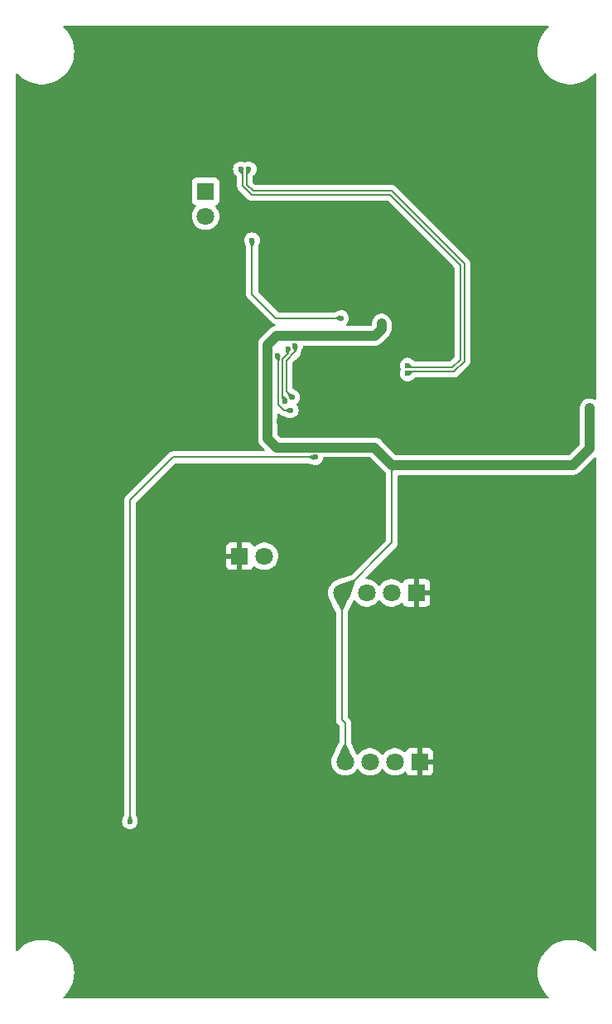
<source format=gbr>
%TF.GenerationSoftware,KiCad,Pcbnew,8.0.2*%
%TF.CreationDate,2025-05-12T10:49:56+08:00*%
%TF.ProjectId,ternel_box,7465726e-656c-45f6-926f-782e6b696361,rev?*%
%TF.SameCoordinates,PX7233d70PY8583b00*%
%TF.FileFunction,Copper,L2,Bot*%
%TF.FilePolarity,Positive*%
%FSLAX46Y46*%
G04 Gerber Fmt 4.6, Leading zero omitted, Abs format (unit mm)*
G04 Created by KiCad (PCBNEW 8.0.2) date 2025-05-12 10:49:56*
%MOMM*%
%LPD*%
G01*
G04 APERTURE LIST*
%TA.AperFunction,ComponentPad*%
%ADD10R,1.800000X1.800000*%
%TD*%
%TA.AperFunction,ComponentPad*%
%ADD11C,1.800000*%
%TD*%
%TA.AperFunction,ViaPad*%
%ADD12C,0.600000*%
%TD*%
%TA.AperFunction,Conductor*%
%ADD13C,1.000000*%
%TD*%
%TA.AperFunction,Conductor*%
%ADD14C,0.200000*%
%TD*%
G04 APERTURE END LIST*
D10*
%TO.P,P9,1,1*%
%TO.N,GND*%
X41620000Y24500000D03*
D11*
%TO.P,P9,2,2*%
%TO.N,/\u4E3B\u63A7\u677F/SYS-SWCLK*%
X39080000Y24500000D03*
%TO.P,P9,3,3*%
%TO.N,/\u4E3B\u63A7\u677F/SYS-SWDIO*%
X36540000Y24500000D03*
%TO.P,P9,4,4*%
%TO.N,+3V3*%
X34000000Y24500000D03*
%TD*%
D10*
%TO.P,P8,1,1*%
%TO.N,+3V3*%
X19750000Y82750000D03*
D11*
%TO.P,P8,2,2*%
%TO.N,/\u4E3B\u63A7\u677F/BOOT0*%
X19750000Y80210000D03*
%TD*%
D10*
%TO.P,P7,1,1*%
%TO.N,GND*%
X23230000Y45500000D03*
D11*
%TO.P,P7,2,2*%
%TO.N,/\u4E3B\u63A7\u677F/BOOT1*%
X25770000Y45500000D03*
%TD*%
D10*
%TO.P,P6,1,1*%
%TO.N,GND*%
X41290000Y41750000D03*
D11*
%TO.P,P6,2,2*%
%TO.N,/\u4E3B\u63A7\u677F/DOWM-RX*%
X38750000Y41750000D03*
%TO.P,P6,3,3*%
%TO.N,/\u4E3B\u63A7\u677F/DOWM-TX*%
X36210000Y41750000D03*
%TO.P,P6,4,4*%
%TO.N,+3V3*%
X33670000Y41750000D03*
%TD*%
D12*
%TO.N,GND*%
X4000000Y13000000D03*
X36500000Y95000000D03*
X54500000Y46000000D03*
X54500000Y28500000D03*
X32750000Y61750000D03*
X12000000Y54000000D03*
X46000000Y77000000D03*
X52000000Y98000000D03*
X20000000Y64000000D03*
X47000000Y16500000D03*
X18000000Y17000000D03*
X42000000Y14000000D03*
X19750000Y56750000D03*
X8000000Y34000000D03*
X28000000Y84000000D03*
X40500000Y48000000D03*
X34500000Y49750000D03*
X10000000Y36000000D03*
X31000000Y15000000D03*
X14000000Y36000000D03*
X29250000Y81000000D03*
X22000000Y90500000D03*
X52500000Y44000000D03*
X17000000Y18000000D03*
X29500000Y58750000D03*
X12000000Y71000000D03*
X41750000Y49000000D03*
X11000000Y55000000D03*
X20000000Y62750000D03*
X54000000Y25500000D03*
X51000000Y89250000D03*
X18000000Y19000000D03*
X50750000Y15500000D03*
X53000000Y97000000D03*
X15750000Y50750000D03*
X22000000Y92250000D03*
X10000000Y93000000D03*
X52750000Y17500000D03*
X20500000Y44500000D03*
X36250000Y51500000D03*
X40000000Y14000000D03*
X14000000Y34000000D03*
X54500000Y50500000D03*
X24750000Y50000000D03*
X22000000Y85000000D03*
X16000000Y6000000D03*
X26500000Y89250000D03*
X12000000Y73000000D03*
X41000000Y78000000D03*
X31275735Y62924265D03*
X36250000Y62750000D03*
X35000000Y81000000D03*
X54000000Y75000000D03*
X21000000Y89000000D03*
X41000000Y69000000D03*
X26000000Y86000000D03*
X51000000Y78750000D03*
X40500000Y70000000D03*
X22750000Y50000000D03*
X44000000Y75750000D03*
X35500000Y7250000D03*
X51750000Y16500000D03*
X15000000Y96000000D03*
X54500000Y57000000D03*
X47000000Y3500000D03*
X10000000Y54000000D03*
X24750000Y52000000D03*
X41750000Y47000000D03*
X40000000Y83000000D03*
X22500000Y54500000D03*
X8000000Y36000000D03*
X49250000Y86750000D03*
X51000000Y99000000D03*
X52500000Y30500000D03*
X29000000Y15000000D03*
X36500000Y96500000D03*
X15000000Y35000000D03*
X16000000Y4000000D03*
X27250000Y59250000D03*
X54500000Y44000000D03*
X23750000Y54500000D03*
X29000000Y13000000D03*
X18500000Y67000000D03*
X12000000Y56000000D03*
X47000000Y97000000D03*
X53500000Y51500000D03*
X13000000Y96000000D03*
X16000000Y34000000D03*
X10000000Y95000000D03*
X21000000Y87000000D03*
X52500000Y59000000D03*
X19250000Y66250000D03*
X23750000Y3500000D03*
X26500000Y87000000D03*
X19750000Y59250000D03*
X30250000Y59500000D03*
X47000000Y7250000D03*
X52750000Y15500000D03*
X18000000Y4000000D03*
X40000000Y69000000D03*
X20000000Y65250000D03*
X50750000Y17500000D03*
X14750000Y50750000D03*
X52500000Y50500000D03*
X51000000Y97000000D03*
X18500000Y44500000D03*
X30000000Y14000000D03*
X4000000Y15000000D03*
X8000000Y93000000D03*
X9000000Y94000000D03*
X51000000Y67000000D03*
X17000000Y5000000D03*
X23750000Y51000000D03*
X19750000Y58000000D03*
X14000000Y71000000D03*
X44000000Y79000000D03*
X39000000Y80000000D03*
X16000000Y36000000D03*
X9000000Y35000000D03*
X10000000Y34000000D03*
X26000000Y84000000D03*
X41000000Y15000000D03*
X52500000Y57000000D03*
X28250000Y58750000D03*
X55000000Y83000000D03*
X27500000Y91000000D03*
X54500000Y30500000D03*
X23750000Y16500000D03*
X18000000Y6000000D03*
X14000000Y73000000D03*
X31000000Y81000000D03*
X36250000Y64500000D03*
X13750000Y50750000D03*
X16000000Y17000000D03*
X37500000Y53250000D03*
X31000000Y13000000D03*
X6000000Y13000000D03*
X25250000Y90500000D03*
X10000000Y56000000D03*
X37000000Y81000000D03*
X16000000Y19000000D03*
X55000000Y63000000D03*
X52500000Y46000000D03*
X5000000Y14000000D03*
X35500000Y94000000D03*
X22750000Y52000000D03*
X33000000Y81000000D03*
X25250000Y92000000D03*
X55000000Y38500000D03*
X52500000Y28500000D03*
X52500000Y52500000D03*
X47000000Y99000000D03*
X37750000Y92750000D03*
X42000000Y16000000D03*
X51000000Y86750000D03*
X8000000Y95000000D03*
X40000000Y16000000D03*
X19500000Y45750000D03*
X35250000Y16500000D03*
X13000000Y72000000D03*
X53500000Y45000000D03*
X15000000Y98000000D03*
X32500000Y47750000D03*
X14000000Y97000000D03*
X53500000Y29500000D03*
X51000000Y88000000D03*
X49000000Y99000000D03*
X13000000Y98000000D03*
X23750000Y7250000D03*
X42000000Y81000000D03*
X6000000Y15000000D03*
X49000000Y97000000D03*
X47250000Y93750000D03*
X54500000Y52500000D03*
X53000000Y99000000D03*
X54500000Y59000000D03*
X54000000Y71000000D03*
X53500000Y58000000D03*
X48000000Y98000000D03*
X35500000Y3500000D03*
%TO.N,+3V3*%
X59000000Y57600000D03*
X59000000Y59600000D03*
X37750000Y69250000D03*
X59000000Y58600000D03*
X38800000Y54800000D03*
X59000000Y60600000D03*
X27000000Y68000000D03*
X27000000Y56600000D03*
%TO.N,/\u4E2D\u95F4\u4EF6-\u8F93\u5165\u4FE1\u53F7\u6574\u578B-\u4E0A\u4E0B\u62C9/ADC0*%
X28600000Y61700000D03*
X28892893Y67000000D03*
%TO.N,/\u4E2D\u95F4\u4EF6-\u8F93\u5165\u4FE1\u53F7\u6574\u578B-\u4E0A\u4E0B\u62C9/ADC1*%
X28173589Y66649848D03*
X27890813Y61329788D03*
%TO.N,/\u4E2D\u95F4\u4EF6-\u8F93\u5165\u4FE1\u53F7\u6574\u578B-\u4E0A\u4E0B\u62C9/ADC2*%
X27109560Y66000000D03*
X28445175Y60400000D03*
%TO.N,/\u4E2D\u95F4\u4EF6-\u8F93\u5165\u4FE1\u53F7\u6574\u578B-\u4E0A\u4E0B\u62C9/ADC3*%
X30951472Y55600000D03*
X12000000Y18400000D03*
%TO.N,/\u4E3B\u63A7\u677F/BOOT0*%
X24500000Y77750000D03*
X33600000Y69800000D03*
%TO.N,/\u4E3B\u63A7\u677F/USB-D+*%
X23350000Y85000000D03*
X40409763Y64950000D03*
%TO.N,/\u4E3B\u63A7\u677F/USB-D-*%
X24150000Y85000000D03*
X40409763Y64150000D03*
%TD*%
D13*
%TO.N,+3V3*%
X37750000Y69250000D02*
X37750000Y68707594D01*
D14*
X33670000Y28830000D02*
X33670000Y41750000D01*
D13*
X27000000Y68000000D02*
X26109560Y67109560D01*
X37750000Y68707594D02*
X37042406Y68000000D01*
X38800000Y54800000D02*
X37000000Y56600000D01*
X59000000Y60600000D02*
X59000000Y56500000D01*
X37000000Y56600000D02*
X27000000Y56600000D01*
X59000000Y56500000D02*
X57300000Y54800000D01*
X37042406Y68000000D02*
X27000000Y68000000D01*
D14*
X33670000Y41750000D02*
X38800000Y46880000D01*
D13*
X26109560Y67109560D02*
X26109560Y57490440D01*
D14*
X34000000Y28500000D02*
X33670000Y28830000D01*
D13*
X57300000Y54800000D02*
X38800000Y54800000D01*
D14*
X38800000Y46880000D02*
X38800000Y54800000D01*
D13*
X26109560Y57490440D02*
X27000000Y56600000D01*
D14*
X34000000Y24500000D02*
X34000000Y28500000D01*
%TO.N,/\u4E2D\u95F4\u4EF6-\u8F93\u5165\u4FE1\u53F7\u6574\u578B-\u4E0A\u4E0B\u62C9/ADC0*%
X28010883Y62289117D02*
X28600000Y61700000D01*
X28892893Y67000000D02*
X28892893Y66369118D01*
X28010883Y65487108D02*
X28010883Y62289117D01*
X28892893Y66369118D02*
X28010883Y65487108D01*
%TO.N,/\u4E2D\u95F4\u4EF6-\u8F93\u5165\u4FE1\u53F7\u6574\u578B-\u4E0A\u4E0B\u62C9/ADC1*%
X28173589Y66215500D02*
X27610883Y65652794D01*
X27610883Y61609718D02*
X27890813Y61329788D01*
X28173589Y66649848D02*
X28173589Y66215500D01*
X27610883Y65652794D02*
X27610883Y61609718D01*
%TO.N,/\u4E2D\u95F4\u4EF6-\u8F93\u5165\u4FE1\u53F7\u6574\u578B-\u4E0A\u4E0B\u62C9/ADC2*%
X27210883Y65898677D02*
X27210883Y60989117D01*
X27800000Y60400000D02*
X28445175Y60400000D01*
X27109560Y66000000D02*
X27210883Y65898677D01*
X27210883Y60989117D02*
X27800000Y60400000D01*
%TO.N,/\u4E2D\u95F4\u4EF6-\u8F93\u5165\u4FE1\u53F7\u6574\u578B-\u4E0A\u4E0B\u62C9/ADC3*%
X16400000Y55600000D02*
X30951472Y55600000D01*
X12000000Y51200000D02*
X16400000Y55600000D01*
X12000000Y18400000D02*
X12000000Y51200000D01*
%TO.N,/\u4E3B\u63A7\u677F/BOOT0*%
X24500000Y77750000D02*
X24500000Y72250000D01*
X26950000Y69800000D02*
X33600000Y69800000D01*
X24500000Y72250000D02*
X26950000Y69800000D01*
%TO.N,/\u4E3B\u63A7\u677F/USB-D+*%
X45800000Y65565686D02*
X45800000Y75234314D01*
X24434314Y82400000D02*
X23550000Y83284314D01*
X23550000Y83284314D02*
X23550000Y84800000D01*
X40609763Y64750000D02*
X44984314Y64750000D01*
X44984314Y64750000D02*
X45800000Y65565686D01*
X40409763Y64950000D02*
X40609763Y64750000D01*
X23550000Y84800000D02*
X23350000Y85000000D01*
X38634314Y82400000D02*
X24434314Y82400000D01*
X45800000Y75234314D02*
X38634314Y82400000D01*
%TO.N,/\u4E3B\u63A7\u677F/USB-D-*%
X40409763Y64150000D02*
X40609763Y64350000D01*
X24600000Y82800000D02*
X23950000Y83450000D01*
X45150000Y64350000D02*
X46200000Y65400000D01*
X46200000Y75400000D02*
X38800000Y82800000D01*
X23950000Y84800000D02*
X24150000Y85000000D01*
X40609763Y64350000D02*
X45150000Y64350000D01*
X38800000Y82800000D02*
X24600000Y82800000D01*
X46200000Y65400000D02*
X46200000Y75400000D01*
X23950000Y83450000D02*
X23950000Y84800000D01*
%TD*%
%TA.AperFunction,Conductor*%
%TO.N,GND*%
G36*
X54768667Y99664816D02*
G01*
X54814422Y99612012D01*
X54824366Y99542854D01*
X54795341Y99479298D01*
X54786903Y99470478D01*
X54589423Y99283416D01*
X54589418Y99283410D01*
X54356682Y99009412D01*
X54356681Y99009410D01*
X54356677Y99009405D01*
X54356676Y99009403D01*
X54322333Y98958751D01*
X54154923Y98711841D01*
X54154920Y98711836D01*
X54154917Y98711831D01*
X54031105Y98478296D01*
X53986511Y98394182D01*
X53986509Y98394179D01*
X53853439Y98060197D01*
X53853438Y98060195D01*
X53757260Y97713791D01*
X53757255Y97713770D01*
X53699095Y97359011D01*
X53699094Y97358998D01*
X53699094Y97358996D01*
X53696929Y97319065D01*
X53679630Y97000004D01*
X53679630Y96999999D01*
X53699094Y96641009D01*
X53699095Y96640992D01*
X53757255Y96286233D01*
X53757260Y96286212D01*
X53853438Y95939808D01*
X53853439Y95939806D01*
X53986509Y95605824D01*
X53986511Y95605821D01*
X53986514Y95605814D01*
X54154917Y95288171D01*
X54356676Y94990599D01*
X54356680Y94990594D01*
X54356681Y94990593D01*
X54356682Y94990591D01*
X54589418Y94716593D01*
X54589426Y94716584D01*
X54850438Y94469341D01*
X55136651Y94251767D01*
X55444711Y94066414D01*
X55444716Y94066412D01*
X55444719Y94066410D01*
X55770993Y93915460D01*
X55771004Y93915455D01*
X56111707Y93800659D01*
X56462824Y93723372D01*
X56820239Y93684501D01*
X56820245Y93684501D01*
X57179755Y93684501D01*
X57179761Y93684501D01*
X57537176Y93723372D01*
X57888293Y93800659D01*
X58228996Y93915455D01*
X58555289Y94066414D01*
X58863349Y94251767D01*
X59149562Y94469341D01*
X59410574Y94716584D01*
X59465992Y94781827D01*
X59524395Y94820178D01*
X59594261Y94820867D01*
X59653408Y94783673D01*
X59683058Y94720406D01*
X59684500Y94701551D01*
X59684500Y61577912D01*
X59664815Y61510873D01*
X59612011Y61465118D01*
X59542853Y61455174D01*
X59491612Y61474808D01*
X59473921Y61486628D01*
X59473907Y61486636D01*
X59291839Y61562050D01*
X59291829Y61562053D01*
X59098543Y61600500D01*
X59098541Y61600500D01*
X58901459Y61600500D01*
X58901457Y61600500D01*
X58708170Y61562053D01*
X58708160Y61562050D01*
X58526092Y61486636D01*
X58526079Y61486629D01*
X58362218Y61377140D01*
X58362214Y61377137D01*
X58222863Y61237786D01*
X58222860Y61237782D01*
X58113371Y61073921D01*
X58113364Y61073908D01*
X58037950Y60891840D01*
X58037947Y60891830D01*
X57999500Y60698544D01*
X57999500Y56965782D01*
X57979815Y56898743D01*
X57963181Y56878101D01*
X56921899Y55836819D01*
X56860576Y55803334D01*
X56834218Y55800500D01*
X39265783Y55800500D01*
X39198744Y55820185D01*
X39178102Y55836819D01*
X37784209Y57230711D01*
X37784206Y57230715D01*
X37784206Y57230714D01*
X37777139Y57237781D01*
X37777139Y57237782D01*
X37637782Y57377139D01*
X37637781Y57377140D01*
X37637780Y57377141D01*
X37473920Y57486629D01*
X37473911Y57486634D01*
X37390683Y57521108D01*
X37345165Y57539962D01*
X37318500Y57551007D01*
X37291837Y57562051D01*
X37291833Y57562052D01*
X37156455Y57588980D01*
X37098543Y57600500D01*
X37098541Y57600500D01*
X27465783Y57600500D01*
X27398744Y57620185D01*
X27378102Y57636819D01*
X27146379Y57868542D01*
X27112894Y57929865D01*
X27110060Y57956223D01*
X27110060Y59941342D01*
X27129745Y60008381D01*
X27182549Y60054136D01*
X27251707Y60064080D01*
X27315263Y60035055D01*
X27321741Y60029023D01*
X27431284Y59919480D01*
X27509693Y59874211D01*
X27568215Y59840423D01*
X27720942Y59799500D01*
X27720943Y59799500D01*
X27720950Y59799500D01*
X27729002Y59798439D01*
X27728937Y59797946D01*
X27762680Y59791978D01*
X28012740Y59700671D01*
X28012742Y59700671D01*
X28146489Y59651835D01*
X28186999Y59638946D01*
X28188401Y59638773D01*
X28214131Y59632754D01*
X28265920Y59614632D01*
X28265924Y59614632D01*
X28265926Y59614631D01*
X28445171Y59594435D01*
X28445175Y59594435D01*
X28445179Y59594435D01*
X28624424Y59614631D01*
X28624427Y59614632D01*
X28624430Y59614632D01*
X28794697Y59674211D01*
X28947437Y59770184D01*
X29074991Y59897738D01*
X29170964Y60050478D01*
X29230543Y60220745D01*
X29250740Y60400000D01*
X29230543Y60579255D01*
X29170964Y60749522D01*
X29170963Y60749525D01*
X29081546Y60891830D01*
X29074991Y60902262D01*
X29074990Y60902263D01*
X29072760Y60905812D01*
X29053759Y60973049D01*
X29074126Y61039884D01*
X29100444Y61068735D01*
X29102252Y61070179D01*
X29102262Y61070184D01*
X29229816Y61197738D01*
X29325789Y61350478D01*
X29385368Y61520745D01*
X29390022Y61562051D01*
X29405565Y61699997D01*
X29405565Y61700004D01*
X29385369Y61879250D01*
X29385368Y61879255D01*
X29325788Y62049524D01*
X29229815Y62202263D01*
X29102262Y62329816D01*
X28949524Y62425788D01*
X28949523Y62425789D01*
X28949522Y62425789D01*
X28943125Y62428028D01*
X28921911Y62438468D01*
X28921701Y62438088D01*
X28917830Y62440237D01*
X28683094Y62549401D01*
X28630607Y62595519D01*
X28611383Y62661837D01*
X28611383Y65187011D01*
X28631068Y65254050D01*
X28647702Y65274692D01*
X28952826Y65579816D01*
X29373413Y66000402D01*
X29452470Y66137334D01*
X29493394Y66290061D01*
X29493394Y66290063D01*
X29495497Y66297911D01*
X29495631Y66297876D01*
X29499483Y66313584D01*
X29641059Y66701314D01*
X29653964Y66741883D01*
X29654134Y66743261D01*
X29660155Y66769006D01*
X29678261Y66820745D01*
X29685995Y66889383D01*
X29713061Y66953797D01*
X29770656Y66993352D01*
X29809215Y66999500D01*
X37140948Y66999500D01*
X37160276Y67003345D01*
X37237594Y67018725D01*
X37334242Y67037949D01*
X37387571Y67060039D01*
X37516320Y67113368D01*
X37680188Y67222861D01*
X37819545Y67362218D01*
X37819546Y67362221D01*
X37826612Y67369286D01*
X37826615Y67369290D01*
X38387778Y67930453D01*
X38387782Y67930455D01*
X38527139Y68069812D01*
X38636632Y68233680D01*
X38712051Y68415759D01*
X38750500Y68609053D01*
X38750500Y69348541D01*
X38750500Y69348544D01*
X38712052Y69541830D01*
X38712051Y69541831D01*
X38712051Y69541835D01*
X38679366Y69620745D01*
X38636635Y69723908D01*
X38636628Y69723921D01*
X38527139Y69887782D01*
X38527136Y69887786D01*
X38387785Y70027137D01*
X38387781Y70027140D01*
X38223920Y70136629D01*
X38223907Y70136636D01*
X38041839Y70212050D01*
X38041829Y70212053D01*
X37848543Y70250500D01*
X37848541Y70250500D01*
X37651459Y70250500D01*
X37651457Y70250500D01*
X37458170Y70212053D01*
X37458160Y70212050D01*
X37276092Y70136636D01*
X37276079Y70136629D01*
X37112218Y70027140D01*
X37112214Y70027137D01*
X36972863Y69887786D01*
X36972860Y69887782D01*
X36863371Y69723921D01*
X36863364Y69723908D01*
X36787950Y69541840D01*
X36787947Y69541830D01*
X36749500Y69348544D01*
X36749500Y69173376D01*
X36729815Y69106337D01*
X36713181Y69085695D01*
X36664305Y69036819D01*
X36602982Y69003334D01*
X36576624Y69000500D01*
X34231940Y69000500D01*
X34164901Y69020185D01*
X34119146Y69072989D01*
X34109202Y69142147D01*
X34138227Y69205703D01*
X34144259Y69212181D01*
X34172502Y69240424D01*
X34229816Y69297738D01*
X34325789Y69450478D01*
X34385368Y69620745D01*
X34396992Y69723908D01*
X34405565Y69799997D01*
X34405565Y69800004D01*
X34385369Y69979250D01*
X34385368Y69979255D01*
X34325788Y70149524D01*
X34229815Y70302263D01*
X34102262Y70429816D01*
X33949523Y70525789D01*
X33779254Y70585369D01*
X33779249Y70585370D01*
X33600004Y70605565D01*
X33599996Y70605565D01*
X33420746Y70585369D01*
X33420745Y70585369D01*
X33341764Y70557733D01*
X33326338Y70553431D01*
X33301314Y70548167D01*
X32917503Y70408022D01*
X32874972Y70400500D01*
X27250097Y70400500D01*
X27183058Y70420185D01*
X27162416Y70436819D01*
X25136819Y72462416D01*
X25103334Y72523739D01*
X25100500Y72550097D01*
X25100500Y77024975D01*
X25108022Y77067506D01*
X25248166Y77451314D01*
X25261071Y77491883D01*
X25261241Y77493261D01*
X25267262Y77519006D01*
X25285368Y77570745D01*
X25305565Y77750000D01*
X25285368Y77929255D01*
X25225789Y78099522D01*
X25129816Y78252262D01*
X25002262Y78379816D01*
X24849523Y78475789D01*
X24679254Y78535369D01*
X24679249Y78535370D01*
X24500004Y78555565D01*
X24499996Y78555565D01*
X24320750Y78535370D01*
X24320745Y78535369D01*
X24150476Y78475789D01*
X23997737Y78379816D01*
X23870184Y78252263D01*
X23774211Y78099524D01*
X23714631Y77929255D01*
X23714630Y77929250D01*
X23694435Y77750004D01*
X23694435Y77749997D01*
X23714631Y77570748D01*
X23742268Y77491764D01*
X23746570Y77476337D01*
X23751833Y77451315D01*
X23891978Y77067506D01*
X23899500Y77024975D01*
X23899500Y72336670D01*
X23899499Y72336652D01*
X23899499Y72170946D01*
X23899498Y72170946D01*
X23940423Y72018215D01*
X23969358Y71968100D01*
X23969359Y71968096D01*
X23969360Y71968096D01*
X24019479Y71881286D01*
X24019481Y71881283D01*
X24138349Y71762415D01*
X24138355Y71762410D01*
X26465139Y69435626D01*
X26465149Y69435615D01*
X26469479Y69431285D01*
X26469480Y69431284D01*
X26581284Y69319480D01*
X26668095Y69269361D01*
X26668097Y69269359D01*
X26718213Y69240424D01*
X26718215Y69240423D01*
X26796509Y69219445D01*
X26856169Y69183080D01*
X26886698Y69120234D01*
X26878404Y69050858D01*
X26833918Y68996980D01*
X26788607Y68978053D01*
X26708170Y68962053D01*
X26708167Y68962052D01*
X26708165Y68962052D01*
X26708164Y68962051D01*
X26632745Y68930812D01*
X26632743Y68930811D01*
X26526089Y68886634D01*
X26526079Y68886629D01*
X26405612Y68806134D01*
X26405611Y68806134D01*
X26362222Y68777143D01*
X26362214Y68777137D01*
X25654893Y68069814D01*
X25471780Y67886701D01*
X25471778Y67886699D01*
X25402098Y67817020D01*
X25332419Y67747341D01*
X25222931Y67583481D01*
X25222924Y67583468D01*
X25147510Y67401400D01*
X25147507Y67401390D01*
X25109060Y67208104D01*
X25109060Y67208101D01*
X25109060Y57391899D01*
X25109060Y57391897D01*
X25109059Y57391897D01*
X25147507Y57198611D01*
X25147510Y57198601D01*
X25222924Y57016533D01*
X25222931Y57016520D01*
X25332419Y56852660D01*
X25332420Y56852659D01*
X25332421Y56852658D01*
X25471778Y56713301D01*
X25471779Y56713301D01*
X25478846Y56706234D01*
X25478845Y56706234D01*
X25478849Y56706231D01*
X25772898Y56412181D01*
X25806383Y56350858D01*
X25801399Y56281166D01*
X25759527Y56225233D01*
X25694063Y56200816D01*
X25685217Y56200500D01*
X16486670Y56200500D01*
X16486654Y56200501D01*
X16479058Y56200501D01*
X16320943Y56200501D01*
X16244579Y56180039D01*
X16168214Y56159577D01*
X16168209Y56159574D01*
X16031290Y56080525D01*
X16031282Y56080519D01*
X11519481Y51568718D01*
X11519479Y51568715D01*
X11469361Y51481906D01*
X11469359Y51481904D01*
X11440425Y51431791D01*
X11440424Y51431790D01*
X11440423Y51431785D01*
X11399499Y51279057D01*
X11399499Y51279055D01*
X11399499Y51110954D01*
X11399500Y51110941D01*
X11399500Y19125028D01*
X11391978Y19082497D01*
X11251831Y18698680D01*
X11238928Y18658118D01*
X11238925Y18658106D01*
X11238754Y18656719D01*
X11232735Y18630994D01*
X11214631Y18579255D01*
X11214631Y18579254D01*
X11194435Y18400004D01*
X11194435Y18399997D01*
X11214630Y18220751D01*
X11214631Y18220746D01*
X11274211Y18050477D01*
X11370184Y17897738D01*
X11497738Y17770184D01*
X11650478Y17674211D01*
X11820745Y17614632D01*
X11820750Y17614631D01*
X11999996Y17594435D01*
X12000000Y17594435D01*
X12000004Y17594435D01*
X12179249Y17614631D01*
X12179252Y17614632D01*
X12179255Y17614632D01*
X12349522Y17674211D01*
X12502262Y17770184D01*
X12629816Y17897738D01*
X12725789Y18050478D01*
X12785368Y18220745D01*
X12805565Y18400000D01*
X12785368Y18579255D01*
X12757729Y18658240D01*
X12753428Y18673665D01*
X12748166Y18698688D01*
X12608022Y19082498D01*
X12600500Y19125029D01*
X12600500Y46447845D01*
X21830000Y46447845D01*
X21830000Y45750000D01*
X22681518Y45750000D01*
X22670889Y45731591D01*
X22630000Y45578991D01*
X22630000Y45421009D01*
X22670889Y45268409D01*
X22681518Y45250000D01*
X21830000Y45250000D01*
X21830000Y44552156D01*
X21836401Y44492628D01*
X21836403Y44492621D01*
X21886645Y44357914D01*
X21886649Y44357907D01*
X21972809Y44242813D01*
X21972812Y44242810D01*
X22087906Y44156650D01*
X22087913Y44156646D01*
X22222620Y44106404D01*
X22222627Y44106402D01*
X22282155Y44100001D01*
X22282172Y44100000D01*
X22980000Y44100000D01*
X22980000Y44951518D01*
X22998409Y44940889D01*
X23151009Y44900000D01*
X23308991Y44900000D01*
X23461591Y44940889D01*
X23480000Y44951518D01*
X23480000Y44100000D01*
X24177828Y44100000D01*
X24177844Y44100001D01*
X24237372Y44106402D01*
X24237379Y44106404D01*
X24372086Y44156646D01*
X24372093Y44156650D01*
X24487187Y44242810D01*
X24487190Y44242813D01*
X24573350Y44357907D01*
X24573355Y44357916D01*
X24602075Y44434919D01*
X24643945Y44490853D01*
X24709409Y44515271D01*
X24777682Y44500420D01*
X24809484Y44475572D01*
X24818216Y44466087D01*
X24818219Y44466085D01*
X24818222Y44466082D01*
X25001365Y44323536D01*
X25001371Y44323532D01*
X25001374Y44323530D01*
X25205497Y44213064D01*
X25319487Y44173932D01*
X25425015Y44137703D01*
X25425017Y44137703D01*
X25425019Y44137702D01*
X25653951Y44099500D01*
X25653952Y44099500D01*
X25886048Y44099500D01*
X25886049Y44099500D01*
X26114981Y44137702D01*
X26334503Y44213064D01*
X26538626Y44323530D01*
X26721784Y44466087D01*
X26878979Y44636847D01*
X27005924Y44831151D01*
X27099157Y45043700D01*
X27156134Y45268695D01*
X27175300Y45500000D01*
X27175300Y45500007D01*
X27156135Y45731298D01*
X27156133Y45731309D01*
X27099157Y45956301D01*
X27005924Y46168849D01*
X26878983Y46363148D01*
X26878980Y46363151D01*
X26878979Y46363153D01*
X26721784Y46533913D01*
X26721779Y46533917D01*
X26721777Y46533919D01*
X26538634Y46676465D01*
X26538628Y46676469D01*
X26334504Y46786936D01*
X26334495Y46786939D01*
X26114984Y46862298D01*
X25927404Y46893599D01*
X25886049Y46900500D01*
X25653951Y46900500D01*
X25612596Y46893599D01*
X25425015Y46862298D01*
X25205504Y46786939D01*
X25205495Y46786936D01*
X25001371Y46676469D01*
X25001365Y46676465D01*
X24818222Y46533919D01*
X24818215Y46533913D01*
X24809484Y46524428D01*
X24749595Y46488439D01*
X24679757Y46490542D01*
X24622143Y46530068D01*
X24602075Y46565082D01*
X24573355Y46642085D01*
X24573350Y46642094D01*
X24487190Y46757188D01*
X24487187Y46757191D01*
X24372093Y46843351D01*
X24372086Y46843355D01*
X24237379Y46893597D01*
X24237372Y46893599D01*
X24177844Y46900000D01*
X23480000Y46900000D01*
X23480000Y46048483D01*
X23461591Y46059111D01*
X23308991Y46100000D01*
X23151009Y46100000D01*
X22998409Y46059111D01*
X22980000Y46048483D01*
X22980000Y46900000D01*
X22282155Y46900000D01*
X22222627Y46893599D01*
X22222620Y46893597D01*
X22087913Y46843355D01*
X22087906Y46843351D01*
X21972812Y46757191D01*
X21972809Y46757188D01*
X21886649Y46642094D01*
X21886645Y46642087D01*
X21836403Y46507380D01*
X21836401Y46507373D01*
X21830000Y46447845D01*
X12600500Y46447845D01*
X12600500Y50899903D01*
X12620185Y50966942D01*
X12636819Y50987584D01*
X16612417Y54963181D01*
X16673740Y54996666D01*
X16700098Y54999500D01*
X30226446Y54999500D01*
X30268977Y54991978D01*
X30519037Y54900671D01*
X30519039Y54900671D01*
X30652786Y54851835D01*
X30693296Y54838946D01*
X30694698Y54838773D01*
X30720428Y54832754D01*
X30772217Y54814632D01*
X30772221Y54814632D01*
X30772223Y54814631D01*
X30951468Y54794435D01*
X30951472Y54794435D01*
X30951476Y54794435D01*
X31130721Y54814631D01*
X31130724Y54814632D01*
X31130727Y54814632D01*
X31300994Y54874211D01*
X31453734Y54970184D01*
X31581288Y55097738D01*
X31677261Y55250478D01*
X31736840Y55420745D01*
X31742415Y55470219D01*
X31744574Y55489383D01*
X31771640Y55553797D01*
X31829235Y55593352D01*
X31867794Y55599500D01*
X36534218Y55599500D01*
X36601257Y55579815D01*
X36621898Y55563182D01*
X37333244Y54851835D01*
X38022860Y54162219D01*
X38163181Y54021898D01*
X38196666Y53960575D01*
X38199500Y53934217D01*
X38199500Y47180099D01*
X38179815Y47113060D01*
X38163181Y47092418D01*
X34630764Y43560002D01*
X34582056Y43529967D01*
X33178624Y43065321D01*
X33161213Y43059203D01*
X33160456Y43058921D01*
X33160437Y43058914D01*
X33138148Y43048759D01*
X33127009Y43044322D01*
X33105503Y43036939D01*
X33105494Y43036935D01*
X32901376Y42926472D01*
X32901365Y42926465D01*
X32718222Y42783919D01*
X32718219Y42783916D01*
X32718216Y42783914D01*
X32718216Y42783913D01*
X32693791Y42757380D01*
X32561016Y42613148D01*
X32434075Y42418849D01*
X32340842Y42206301D01*
X32283866Y41981309D01*
X32283864Y41981298D01*
X32264700Y41750007D01*
X32264700Y41749994D01*
X32283864Y41518703D01*
X32283866Y41518692D01*
X32340842Y41293702D01*
X32378079Y41208810D01*
X32382113Y41198353D01*
X32392481Y41167366D01*
X32396767Y41158837D01*
X32420734Y41111143D01*
X32423490Y41105282D01*
X32434076Y41081150D01*
X32437744Y41075536D01*
X32444728Y41063399D01*
X33056296Y39846452D01*
X33069500Y39790772D01*
X33069500Y28916670D01*
X33069499Y28916652D01*
X33069499Y28750946D01*
X33069498Y28750946D01*
X33069499Y28750943D01*
X33104590Y28619982D01*
X33110423Y28598216D01*
X33110424Y28598212D01*
X33121482Y28579060D01*
X33121484Y28579057D01*
X33189477Y28461288D01*
X33189481Y28461283D01*
X33308349Y28342415D01*
X33308355Y28342410D01*
X33363181Y28287584D01*
X33396666Y28226261D01*
X33399500Y28199903D01*
X33399500Y26459231D01*
X33386296Y26403551D01*
X32774723Y25186595D01*
X32767747Y25174470D01*
X32764079Y25168855D01*
X32764078Y25168853D01*
X32753494Y25144727D01*
X32750738Y25138868D01*
X32722486Y25082648D01*
X32714480Y25065964D01*
X32714135Y25065209D01*
X32689451Y24999200D01*
X32686863Y24992826D01*
X32670843Y24956304D01*
X32613866Y24731309D01*
X32613864Y24731298D01*
X32594700Y24500007D01*
X32594700Y24499994D01*
X32613864Y24268703D01*
X32613866Y24268692D01*
X32670842Y24043700D01*
X32764075Y23831152D01*
X32891016Y23636853D01*
X32891019Y23636849D01*
X32891021Y23636847D01*
X33048216Y23466087D01*
X33048219Y23466085D01*
X33048222Y23466082D01*
X33231365Y23323536D01*
X33231371Y23323532D01*
X33231374Y23323530D01*
X33435497Y23213064D01*
X33549487Y23173932D01*
X33655015Y23137703D01*
X33655017Y23137703D01*
X33655019Y23137702D01*
X33883951Y23099500D01*
X33883952Y23099500D01*
X34116048Y23099500D01*
X34116049Y23099500D01*
X34344981Y23137702D01*
X34564503Y23213064D01*
X34768626Y23323530D01*
X34951784Y23466087D01*
X35108979Y23636847D01*
X35166191Y23724418D01*
X35219337Y23769774D01*
X35288568Y23779198D01*
X35351904Y23749696D01*
X35373809Y23724417D01*
X35431016Y23636853D01*
X35431019Y23636849D01*
X35431021Y23636847D01*
X35588216Y23466087D01*
X35588219Y23466085D01*
X35588222Y23466082D01*
X35771365Y23323536D01*
X35771371Y23323532D01*
X35771374Y23323530D01*
X35975497Y23213064D01*
X36089487Y23173932D01*
X36195015Y23137703D01*
X36195017Y23137703D01*
X36195019Y23137702D01*
X36423951Y23099500D01*
X36423952Y23099500D01*
X36656048Y23099500D01*
X36656049Y23099500D01*
X36884981Y23137702D01*
X37104503Y23213064D01*
X37308626Y23323530D01*
X37491784Y23466087D01*
X37648979Y23636847D01*
X37706191Y23724418D01*
X37759337Y23769774D01*
X37828568Y23779198D01*
X37891904Y23749696D01*
X37913809Y23724417D01*
X37971016Y23636853D01*
X37971019Y23636849D01*
X37971021Y23636847D01*
X38128216Y23466087D01*
X38128219Y23466085D01*
X38128222Y23466082D01*
X38311365Y23323536D01*
X38311371Y23323532D01*
X38311374Y23323530D01*
X38515497Y23213064D01*
X38629487Y23173932D01*
X38735015Y23137703D01*
X38735017Y23137703D01*
X38735019Y23137702D01*
X38963951Y23099500D01*
X38963952Y23099500D01*
X39196048Y23099500D01*
X39196049Y23099500D01*
X39424981Y23137702D01*
X39644503Y23213064D01*
X39848626Y23323530D01*
X40031784Y23466087D01*
X40040511Y23475568D01*
X40100394Y23511559D01*
X40170232Y23509462D01*
X40227850Y23469940D01*
X40247924Y23434920D01*
X40276645Y23357914D01*
X40276649Y23357907D01*
X40362809Y23242813D01*
X40362812Y23242810D01*
X40477906Y23156650D01*
X40477913Y23156646D01*
X40612620Y23106404D01*
X40612627Y23106402D01*
X40672155Y23100001D01*
X40672172Y23100000D01*
X41370000Y23100000D01*
X41370000Y23951518D01*
X41388409Y23940889D01*
X41541009Y23900000D01*
X41698991Y23900000D01*
X41851591Y23940889D01*
X41870000Y23951518D01*
X41870000Y23100000D01*
X42567828Y23100000D01*
X42567844Y23100001D01*
X42627372Y23106402D01*
X42627379Y23106404D01*
X42762086Y23156646D01*
X42762093Y23156650D01*
X42877187Y23242810D01*
X42877190Y23242813D01*
X42963350Y23357907D01*
X42963354Y23357914D01*
X43013596Y23492621D01*
X43013598Y23492628D01*
X43019999Y23552156D01*
X43020000Y23552173D01*
X43020000Y24250000D01*
X42168482Y24250000D01*
X42179111Y24268409D01*
X42220000Y24421009D01*
X42220000Y24578991D01*
X42179111Y24731591D01*
X42168482Y24750000D01*
X43020000Y24750000D01*
X43020000Y25447828D01*
X43019999Y25447845D01*
X43013598Y25507373D01*
X43013596Y25507380D01*
X42963354Y25642087D01*
X42963350Y25642094D01*
X42877190Y25757188D01*
X42877187Y25757191D01*
X42762093Y25843351D01*
X42762086Y25843355D01*
X42627379Y25893597D01*
X42627372Y25893599D01*
X42567844Y25900000D01*
X41870000Y25900000D01*
X41870000Y25048483D01*
X41851591Y25059111D01*
X41698991Y25100000D01*
X41541009Y25100000D01*
X41388409Y25059111D01*
X41370000Y25048483D01*
X41370000Y25900000D01*
X40672155Y25900000D01*
X40612627Y25893599D01*
X40612620Y25893597D01*
X40477913Y25843355D01*
X40477906Y25843351D01*
X40362812Y25757191D01*
X40362809Y25757188D01*
X40276649Y25642094D01*
X40276646Y25642089D01*
X40247924Y25565080D01*
X40206052Y25509147D01*
X40140588Y25484730D01*
X40072315Y25499582D01*
X40040514Y25524429D01*
X40031784Y25533913D01*
X40031779Y25533917D01*
X40031777Y25533919D01*
X39848634Y25676465D01*
X39848628Y25676469D01*
X39644504Y25786936D01*
X39644495Y25786939D01*
X39424984Y25862298D01*
X39237404Y25893599D01*
X39196049Y25900500D01*
X38963951Y25900500D01*
X38922596Y25893599D01*
X38735015Y25862298D01*
X38515504Y25786939D01*
X38515495Y25786936D01*
X38311371Y25676469D01*
X38311365Y25676465D01*
X38128222Y25533919D01*
X38128219Y25533916D01*
X38128216Y25533914D01*
X38128216Y25533913D01*
X38103791Y25507380D01*
X37971016Y25363148D01*
X37913809Y25275584D01*
X37860662Y25230227D01*
X37791431Y25220803D01*
X37728095Y25250305D01*
X37706191Y25275584D01*
X37648983Y25363148D01*
X37648980Y25363151D01*
X37648979Y25363153D01*
X37491784Y25533913D01*
X37491779Y25533917D01*
X37491777Y25533919D01*
X37308634Y25676465D01*
X37308628Y25676469D01*
X37104504Y25786936D01*
X37104495Y25786939D01*
X36884984Y25862298D01*
X36697404Y25893599D01*
X36656049Y25900500D01*
X36423951Y25900500D01*
X36382596Y25893599D01*
X36195015Y25862298D01*
X35975504Y25786939D01*
X35975495Y25786936D01*
X35771371Y25676469D01*
X35771365Y25676465D01*
X35588222Y25533919D01*
X35588219Y25533916D01*
X35588216Y25533914D01*
X35588216Y25533913D01*
X35563785Y25507373D01*
X35431015Y25363146D01*
X35382426Y25288775D01*
X35329280Y25243418D01*
X35260048Y25233995D01*
X35196713Y25263497D01*
X35167822Y25300917D01*
X35075448Y25484730D01*
X34613704Y26403550D01*
X34600500Y26459230D01*
X34600500Y28579058D01*
X34595366Y28598216D01*
X34595365Y28598220D01*
X34589534Y28619982D01*
X34589534Y28619981D01*
X34559577Y28731784D01*
X34548514Y28750946D01*
X34480524Y28868710D01*
X34480521Y28868714D01*
X34480520Y28868716D01*
X34368716Y28980520D01*
X34368715Y28980521D01*
X34364385Y28984851D01*
X34364374Y28984861D01*
X34306819Y29042416D01*
X34273334Y29103739D01*
X34270500Y29130097D01*
X34270500Y39790772D01*
X34283704Y39846452D01*
X34837823Y40949087D01*
X34885513Y41000147D01*
X34953240Y41017319D01*
X35019499Y40995149D01*
X35052427Y40961226D01*
X35101016Y40886853D01*
X35101019Y40886849D01*
X35101021Y40886847D01*
X35258216Y40716087D01*
X35258219Y40716085D01*
X35258222Y40716082D01*
X35441365Y40573536D01*
X35441371Y40573532D01*
X35441374Y40573530D01*
X35645497Y40463064D01*
X35759487Y40423932D01*
X35865015Y40387703D01*
X35865017Y40387703D01*
X35865019Y40387702D01*
X36093951Y40349500D01*
X36093952Y40349500D01*
X36326048Y40349500D01*
X36326049Y40349500D01*
X36554981Y40387702D01*
X36774503Y40463064D01*
X36978626Y40573530D01*
X37161784Y40716087D01*
X37318979Y40886847D01*
X37376191Y40974418D01*
X37429337Y41019774D01*
X37498568Y41029198D01*
X37561904Y40999696D01*
X37583809Y40974417D01*
X37641016Y40886853D01*
X37641019Y40886849D01*
X37641021Y40886847D01*
X37798216Y40716087D01*
X37798219Y40716085D01*
X37798222Y40716082D01*
X37981365Y40573536D01*
X37981371Y40573532D01*
X37981374Y40573530D01*
X38185497Y40463064D01*
X38299487Y40423932D01*
X38405015Y40387703D01*
X38405017Y40387703D01*
X38405019Y40387702D01*
X38633951Y40349500D01*
X38633952Y40349500D01*
X38866048Y40349500D01*
X38866049Y40349500D01*
X39094981Y40387702D01*
X39314503Y40463064D01*
X39518626Y40573530D01*
X39701784Y40716087D01*
X39710511Y40725568D01*
X39770394Y40761559D01*
X39840232Y40759462D01*
X39897850Y40719940D01*
X39917924Y40684920D01*
X39946645Y40607914D01*
X39946649Y40607907D01*
X40032809Y40492813D01*
X40032812Y40492810D01*
X40147906Y40406650D01*
X40147913Y40406646D01*
X40282620Y40356404D01*
X40282627Y40356402D01*
X40342155Y40350001D01*
X40342172Y40350000D01*
X41040000Y40350000D01*
X41040000Y41201518D01*
X41058409Y41190889D01*
X41211009Y41150000D01*
X41368991Y41150000D01*
X41521591Y41190889D01*
X41540000Y41201518D01*
X41540000Y40350000D01*
X42237828Y40350000D01*
X42237844Y40350001D01*
X42297372Y40356402D01*
X42297379Y40356404D01*
X42432086Y40406646D01*
X42432093Y40406650D01*
X42547187Y40492810D01*
X42547190Y40492813D01*
X42633350Y40607907D01*
X42633354Y40607914D01*
X42683596Y40742621D01*
X42683598Y40742628D01*
X42689999Y40802156D01*
X42690000Y40802173D01*
X42690000Y41500000D01*
X41838482Y41500000D01*
X41849111Y41518409D01*
X41890000Y41671009D01*
X41890000Y41828991D01*
X41849111Y41981591D01*
X41838482Y42000000D01*
X42690000Y42000000D01*
X42690000Y42697828D01*
X42689999Y42697845D01*
X42683598Y42757373D01*
X42683596Y42757380D01*
X42633354Y42892087D01*
X42633350Y42892094D01*
X42547190Y43007188D01*
X42547187Y43007191D01*
X42432093Y43093351D01*
X42432086Y43093355D01*
X42297379Y43143597D01*
X42297372Y43143599D01*
X42237844Y43150000D01*
X41540000Y43150000D01*
X41540000Y42298483D01*
X41521591Y42309111D01*
X41368991Y42350000D01*
X41211009Y42350000D01*
X41058409Y42309111D01*
X41040000Y42298483D01*
X41040000Y43150000D01*
X40342155Y43150000D01*
X40282627Y43143599D01*
X40282620Y43143597D01*
X40147913Y43093355D01*
X40147906Y43093351D01*
X40032812Y43007191D01*
X40032809Y43007188D01*
X39946649Y42892094D01*
X39946646Y42892089D01*
X39917924Y42815080D01*
X39876052Y42759147D01*
X39810588Y42734730D01*
X39742315Y42749582D01*
X39710514Y42774429D01*
X39701784Y42783913D01*
X39701779Y42783917D01*
X39701777Y42783919D01*
X39518634Y42926465D01*
X39518628Y42926469D01*
X39314504Y43036936D01*
X39314495Y43036939D01*
X39094984Y43112298D01*
X38907404Y43143599D01*
X38866049Y43150500D01*
X38633951Y43150500D01*
X38592596Y43143599D01*
X38405015Y43112298D01*
X38185504Y43036939D01*
X38185495Y43036936D01*
X37981371Y42926469D01*
X37981365Y42926465D01*
X37798222Y42783919D01*
X37798219Y42783916D01*
X37798216Y42783914D01*
X37798216Y42783913D01*
X37773791Y42757380D01*
X37641016Y42613148D01*
X37583809Y42525584D01*
X37530662Y42480227D01*
X37461431Y42470803D01*
X37398095Y42500305D01*
X37376191Y42525584D01*
X37318983Y42613148D01*
X37318980Y42613151D01*
X37318979Y42613153D01*
X37161784Y42783913D01*
X37161779Y42783917D01*
X37161777Y42783919D01*
X36978634Y42926465D01*
X36978628Y42926469D01*
X36774504Y43036936D01*
X36774495Y43036939D01*
X36554984Y43112298D01*
X36367404Y43143599D01*
X36326049Y43150500D01*
X36219097Y43150500D01*
X36152058Y43170185D01*
X36106303Y43222989D01*
X36096359Y43292147D01*
X36125384Y43355703D01*
X36131416Y43362181D01*
X37406088Y44636853D01*
X39280520Y46511284D01*
X39359577Y46648216D01*
X39400501Y46800943D01*
X39400501Y46959058D01*
X39400501Y46966653D01*
X39400500Y46966671D01*
X39400500Y53675500D01*
X39420185Y53742539D01*
X39472989Y53788294D01*
X39524500Y53799500D01*
X57398542Y53799500D01*
X57417870Y53803345D01*
X57495188Y53818725D01*
X57591836Y53837949D01*
X57645165Y53860039D01*
X57773914Y53913368D01*
X57937782Y54022861D01*
X58077139Y54162218D01*
X58077140Y54162221D01*
X58084206Y54169286D01*
X58084209Y54169290D01*
X59472819Y55557900D01*
X59534142Y55591385D01*
X59603834Y55586401D01*
X59659767Y55544529D01*
X59684184Y55479065D01*
X59684500Y55470219D01*
X59684500Y5298452D01*
X59664815Y5231413D01*
X59612011Y5185658D01*
X59542853Y5175714D01*
X59479297Y5204739D01*
X59465992Y5218176D01*
X59410581Y5283410D01*
X59410576Y5283416D01*
X59149566Y5530657D01*
X59149567Y5530657D01*
X59149562Y5530661D01*
X58863349Y5748235D01*
X58863345Y5748238D01*
X58863343Y5748239D01*
X58714128Y5838018D01*
X58555289Y5933588D01*
X58555286Y5933590D01*
X58555280Y5933593D01*
X58229006Y6084543D01*
X58229001Y6084545D01*
X58228996Y6084547D01*
X58062921Y6140504D01*
X57888292Y6199344D01*
X57537174Y6276631D01*
X57179762Y6315501D01*
X57179761Y6315501D01*
X56820239Y6315501D01*
X56820237Y6315501D01*
X56462825Y6276631D01*
X56111707Y6199344D01*
X55848337Y6110604D01*
X55771004Y6084547D01*
X55771001Y6084546D01*
X55770993Y6084543D01*
X55444719Y5933593D01*
X55136656Y5748239D01*
X54850433Y5530657D01*
X54589423Y5283416D01*
X54589418Y5283410D01*
X54356682Y5009412D01*
X54356681Y5009410D01*
X54356677Y5009405D01*
X54356676Y5009403D01*
X54315500Y4948673D01*
X54154923Y4711841D01*
X54154920Y4711836D01*
X54154917Y4711831D01*
X54052448Y4518553D01*
X53986511Y4394182D01*
X53986509Y4394179D01*
X53853439Y4060197D01*
X53853438Y4060195D01*
X53757260Y3713791D01*
X53757255Y3713770D01*
X53699095Y3359011D01*
X53699094Y3358998D01*
X53699094Y3358996D01*
X53679630Y3000001D01*
X53693898Y2736833D01*
X53699094Y2641009D01*
X53699095Y2640992D01*
X53757255Y2286233D01*
X53757260Y2286212D01*
X53853438Y1939808D01*
X53853439Y1939806D01*
X53986509Y1605824D01*
X53986511Y1605821D01*
X53986514Y1605814D01*
X54154917Y1288171D01*
X54356676Y990599D01*
X54356680Y990594D01*
X54356681Y990593D01*
X54356682Y990591D01*
X54552436Y760132D01*
X54589426Y716584D01*
X54636294Y672188D01*
X54786903Y529524D01*
X54822036Y469130D01*
X54818941Y399329D01*
X54778599Y342282D01*
X54713820Y316102D01*
X54701628Y315501D01*
X5298372Y315501D01*
X5231333Y335186D01*
X5185578Y387990D01*
X5175634Y457148D01*
X5204659Y520704D01*
X5213097Y529524D01*
X5290540Y602882D01*
X5410574Y716584D01*
X5643324Y990599D01*
X5845083Y1288171D01*
X6013486Y1605814D01*
X6146559Y1939802D01*
X6151012Y1955838D01*
X6178608Y2055232D01*
X6242742Y2286220D01*
X6274614Y2480632D01*
X6300904Y2640992D01*
X6300904Y2640995D01*
X6300906Y2641006D01*
X6320370Y3000001D01*
X6300906Y3358996D01*
X6281261Y3478823D01*
X6242744Y3713770D01*
X6242743Y3713771D01*
X6242742Y3713782D01*
X6176618Y3951938D01*
X6146561Y4060195D01*
X6146560Y4060197D01*
X6013490Y4394179D01*
X6013488Y4394182D01*
X6013486Y4394188D01*
X5845083Y4711831D01*
X5643324Y5009403D01*
X5643317Y5009411D01*
X5643317Y5009412D01*
X5410581Y5283410D01*
X5410576Y5283416D01*
X5149566Y5530657D01*
X5149567Y5530657D01*
X5149562Y5530661D01*
X4863349Y5748235D01*
X4863345Y5748238D01*
X4863343Y5748239D01*
X4714128Y5838018D01*
X4555289Y5933588D01*
X4555286Y5933590D01*
X4555280Y5933593D01*
X4229006Y6084543D01*
X4229001Y6084545D01*
X4228996Y6084547D01*
X4062921Y6140504D01*
X3888292Y6199344D01*
X3537174Y6276631D01*
X3179762Y6315501D01*
X3179761Y6315501D01*
X2820239Y6315501D01*
X2820237Y6315501D01*
X2462825Y6276631D01*
X2111707Y6199344D01*
X1848337Y6110604D01*
X1771004Y6084547D01*
X1771001Y6084546D01*
X1770993Y6084543D01*
X1444719Y5933593D01*
X1136656Y5748239D01*
X850433Y5530657D01*
X589423Y5283416D01*
X589418Y5283410D01*
X534008Y5218176D01*
X475604Y5179825D01*
X405738Y5179137D01*
X346591Y5216331D01*
X316942Y5279598D01*
X315500Y5298452D01*
X315500Y80210007D01*
X18344700Y80210007D01*
X18344700Y80209994D01*
X18363864Y79978703D01*
X18363866Y79978692D01*
X18420842Y79753700D01*
X18514075Y79541152D01*
X18641016Y79346853D01*
X18641019Y79346849D01*
X18641021Y79346847D01*
X18798216Y79176087D01*
X18798219Y79176085D01*
X18798222Y79176082D01*
X18981365Y79033536D01*
X18981371Y79033532D01*
X18981374Y79033530D01*
X19185497Y78923064D01*
X19299487Y78883932D01*
X19405015Y78847703D01*
X19405017Y78847703D01*
X19405019Y78847702D01*
X19633951Y78809500D01*
X19633952Y78809500D01*
X19866048Y78809500D01*
X19866049Y78809500D01*
X20094981Y78847702D01*
X20314503Y78923064D01*
X20518626Y79033530D01*
X20701784Y79176087D01*
X20858979Y79346847D01*
X20985924Y79541151D01*
X21079157Y79753700D01*
X21136134Y79978695D01*
X21155300Y80210000D01*
X21155300Y80210007D01*
X21136135Y80441298D01*
X21136133Y80441309D01*
X21079157Y80666301D01*
X20985924Y80878849D01*
X20858983Y81073148D01*
X20858980Y81073151D01*
X20858979Y81073153D01*
X20764195Y81176116D01*
X20733275Y81238768D01*
X20741135Y81308194D01*
X20785283Y81362349D01*
X20812095Y81376278D01*
X20892326Y81406202D01*
X20892326Y81406203D01*
X20892331Y81406204D01*
X21007546Y81492454D01*
X21093796Y81607669D01*
X21144091Y81742517D01*
X21150500Y81802127D01*
X21150499Y83697872D01*
X21144091Y83757483D01*
X21093796Y83892331D01*
X21093795Y83892332D01*
X21093793Y83892336D01*
X21007547Y84007545D01*
X21007544Y84007548D01*
X20892335Y84093794D01*
X20892328Y84093798D01*
X20757482Y84144092D01*
X20757483Y84144092D01*
X20697883Y84150499D01*
X20697881Y84150500D01*
X20697873Y84150500D01*
X20697864Y84150500D01*
X18802129Y84150500D01*
X18802123Y84150499D01*
X18742516Y84144092D01*
X18607671Y84093798D01*
X18607664Y84093794D01*
X18492455Y84007548D01*
X18492452Y84007545D01*
X18406206Y83892336D01*
X18406202Y83892329D01*
X18355908Y83757483D01*
X18349501Y83697884D01*
X18349501Y83697877D01*
X18349500Y83697865D01*
X18349500Y81802130D01*
X18349501Y81802124D01*
X18355908Y81742517D01*
X18406202Y81607672D01*
X18406206Y81607665D01*
X18492452Y81492456D01*
X18492455Y81492453D01*
X18607664Y81406207D01*
X18607673Y81406202D01*
X18687904Y81376278D01*
X18743838Y81334407D01*
X18768256Y81268943D01*
X18753405Y81200670D01*
X18735802Y81176114D01*
X18641019Y81073151D01*
X18514075Y80878849D01*
X18420842Y80666301D01*
X18363866Y80441309D01*
X18363864Y80441298D01*
X18344700Y80210007D01*
X315500Y80210007D01*
X315500Y85000004D01*
X22544435Y85000004D01*
X22544435Y84999997D01*
X22564630Y84820751D01*
X22564631Y84820746D01*
X22624211Y84650477D01*
X22720184Y84497738D01*
X22763271Y84454651D01*
X22774372Y84441924D01*
X22791113Y84419861D01*
X22912611Y84299931D01*
X22946493Y84238827D01*
X22949500Y84211683D01*
X22949500Y83370984D01*
X22949499Y83370966D01*
X22949499Y83205260D01*
X22949498Y83205260D01*
X22990422Y83052531D01*
X23016304Y83007703D01*
X23016306Y83007700D01*
X23069479Y82915600D01*
X23069481Y82915597D01*
X23188349Y82796729D01*
X23188355Y82796724D01*
X23949453Y82035626D01*
X23949463Y82035615D01*
X23953793Y82031285D01*
X23953794Y82031284D01*
X24065598Y81919480D01*
X24152409Y81869361D01*
X24152411Y81869359D01*
X24190465Y81847389D01*
X24202529Y81840423D01*
X24355257Y81799499D01*
X24355260Y81799499D01*
X24520967Y81799499D01*
X24520983Y81799500D01*
X38334217Y81799500D01*
X38401256Y81779815D01*
X38421898Y81763181D01*
X45163181Y75021898D01*
X45196666Y74960575D01*
X45199500Y74934217D01*
X45199500Y65865783D01*
X45179815Y65798744D01*
X45163181Y65778102D01*
X44771898Y65386819D01*
X44710575Y65353334D01*
X44684217Y65350500D01*
X41198080Y65350500D01*
X41131041Y65370185D01*
X41109832Y65387390D01*
X40989888Y65508901D01*
X40989882Y65508907D01*
X40989867Y65508922D01*
X40982413Y65515677D01*
X40948225Y65546662D01*
X40943920Y65549847D01*
X40929995Y65561846D01*
X40912025Y65579816D01*
X40759286Y65675789D01*
X40589017Y65735369D01*
X40589012Y65735370D01*
X40409767Y65755565D01*
X40409759Y65755565D01*
X40230513Y65735370D01*
X40230508Y65735369D01*
X40060239Y65675789D01*
X39907500Y65579816D01*
X39779947Y65452263D01*
X39683974Y65299524D01*
X39624394Y65129255D01*
X39624394Y65129253D01*
X39604198Y64950004D01*
X39604198Y64949997D01*
X39624393Y64770751D01*
X39624396Y64770738D01*
X39686273Y64593906D01*
X39684127Y64593156D01*
X39693725Y64534856D01*
X39685372Y64506410D01*
X39686273Y64506094D01*
X39624396Y64329263D01*
X39624393Y64329250D01*
X39604198Y64150004D01*
X39604198Y64149997D01*
X39624393Y63970751D01*
X39624394Y63970746D01*
X39683974Y63800477D01*
X39779947Y63647738D01*
X39907501Y63520184D01*
X40060241Y63424211D01*
X40230508Y63364632D01*
X40230513Y63364631D01*
X40409759Y63344435D01*
X40409763Y63344435D01*
X40409767Y63344435D01*
X40589012Y63364631D01*
X40589015Y63364632D01*
X40589018Y63364632D01*
X40759285Y63424211D01*
X40912025Y63520184D01*
X40955113Y63563274D01*
X40967846Y63574379D01*
X40989899Y63591111D01*
X40989899Y63591112D01*
X40989904Y63591115D01*
X41109833Y63712611D01*
X41170937Y63746493D01*
X41198081Y63749500D01*
X45063331Y63749500D01*
X45063347Y63749499D01*
X45070943Y63749499D01*
X45229054Y63749499D01*
X45229057Y63749499D01*
X45381785Y63790423D01*
X45431904Y63819361D01*
X45518716Y63869480D01*
X45630520Y63981284D01*
X45630520Y63981286D01*
X45640728Y63991493D01*
X45640730Y63991496D01*
X46558506Y64909272D01*
X46558511Y64909276D01*
X46568714Y64919480D01*
X46568716Y64919480D01*
X46680520Y65031284D01*
X46737083Y65129255D01*
X46759577Y65168215D01*
X46800500Y65320942D01*
X46800500Y65479057D01*
X46800500Y75479057D01*
X46759577Y75631784D01*
X46759573Y75631791D01*
X46680524Y75768710D01*
X46680521Y75768714D01*
X46680520Y75768716D01*
X46568716Y75880520D01*
X46568715Y75880521D01*
X46564385Y75884851D01*
X46564374Y75884861D01*
X39287590Y83161645D01*
X39287588Y83161648D01*
X39168717Y83280519D01*
X39168716Y83280520D01*
X39081904Y83330640D01*
X39081904Y83330641D01*
X39081900Y83330642D01*
X39031785Y83359577D01*
X38879057Y83400501D01*
X38720943Y83400501D01*
X38713347Y83400501D01*
X38713331Y83400500D01*
X24900097Y83400500D01*
X24833058Y83420185D01*
X24812416Y83436819D01*
X24586819Y83662416D01*
X24553334Y83723739D01*
X24550500Y83750097D01*
X24550500Y84211683D01*
X24570185Y84278722D01*
X24587386Y84299928D01*
X24708885Y84419859D01*
X24708884Y84419860D01*
X24728668Y84439388D01*
X24728679Y84439424D01*
X24741024Y84455370D01*
X24746670Y84461549D01*
X24746676Y84461560D01*
X24750042Y84466089D01*
X24761900Y84479823D01*
X24779816Y84497738D01*
X24875789Y84650478D01*
X24935368Y84820745D01*
X24955565Y85000000D01*
X24935368Y85179255D01*
X24875789Y85349522D01*
X24779816Y85502262D01*
X24652262Y85629816D01*
X24499523Y85725789D01*
X24329254Y85785369D01*
X24329249Y85785370D01*
X24150004Y85805565D01*
X24149996Y85805565D01*
X23970750Y85785370D01*
X23970737Y85785367D01*
X23793906Y85723490D01*
X23793155Y85725636D01*
X23734856Y85716038D01*
X23706409Y85724391D01*
X23706094Y85723490D01*
X23529262Y85785367D01*
X23529249Y85785370D01*
X23350004Y85805565D01*
X23349996Y85805565D01*
X23170750Y85785370D01*
X23170745Y85785369D01*
X23000476Y85725789D01*
X22847737Y85629816D01*
X22720184Y85502263D01*
X22624211Y85349524D01*
X22564631Y85179255D01*
X22564630Y85179250D01*
X22544435Y85000004D01*
X315500Y85000004D01*
X315500Y94701551D01*
X335185Y94768590D01*
X387989Y94814345D01*
X457147Y94824289D01*
X520703Y94795264D01*
X534008Y94781827D01*
X586179Y94720406D01*
X589426Y94716584D01*
X850438Y94469341D01*
X1136651Y94251767D01*
X1444711Y94066414D01*
X1444716Y94066412D01*
X1444719Y94066410D01*
X1770993Y93915460D01*
X1771004Y93915455D01*
X2111707Y93800659D01*
X2462824Y93723372D01*
X2820239Y93684501D01*
X2820245Y93684501D01*
X3179755Y93684501D01*
X3179761Y93684501D01*
X3537176Y93723372D01*
X3888293Y93800659D01*
X4228996Y93915455D01*
X4555289Y94066414D01*
X4863349Y94251767D01*
X5149562Y94469341D01*
X5410574Y94716584D01*
X5643324Y94990599D01*
X5845083Y95288171D01*
X6013486Y95605814D01*
X6146559Y95939802D01*
X6242742Y96286220D01*
X6268855Y96445502D01*
X6300904Y96640992D01*
X6300904Y96640995D01*
X6300906Y96641006D01*
X6320370Y97000001D01*
X6300906Y97358996D01*
X6291913Y97413849D01*
X6242744Y97713770D01*
X6242743Y97713771D01*
X6242742Y97713782D01*
X6186889Y97914944D01*
X6146561Y98060195D01*
X6146560Y98060197D01*
X6013490Y98394179D01*
X6013488Y98394182D01*
X6013486Y98394188D01*
X5845083Y98711831D01*
X5643324Y99009403D01*
X5643317Y99009411D01*
X5643317Y99009412D01*
X5410581Y99283410D01*
X5410576Y99283416D01*
X5375722Y99316431D01*
X5311772Y99377008D01*
X5213097Y99470478D01*
X5177964Y99530872D01*
X5181059Y99600673D01*
X5221401Y99657720D01*
X5286180Y99683900D01*
X5298372Y99684501D01*
X54701628Y99684501D01*
X54768667Y99664816D01*
G37*
%TD.AperFunction*%
%TD*%
%TA.AperFunction,Conductor*%
%TO.N,+3V3*%
G36*
X34189993Y41534987D02*
G01*
X34489879Y41410409D01*
X34496205Y41404070D01*
X34496196Y41395116D01*
X34495845Y41394350D01*
X33773239Y39956446D01*
X33766462Y39950593D01*
X33762785Y39950000D01*
X33577215Y39950000D01*
X33568942Y39953427D01*
X33566761Y39956446D01*
X32844154Y41394350D01*
X32843501Y41403281D01*
X32849354Y41410058D01*
X32850120Y41410409D01*
X33665512Y41749137D01*
X33674465Y41749145D01*
X34189993Y41534987D01*
G37*
%TD.AperFunction*%
%TD*%
%TA.AperFunction,Conductor*%
%TO.N,+3V3*%
G36*
X34874163Y43090582D02*
G01*
X34877182Y43088401D01*
X35008400Y42957183D01*
X35011827Y42948910D01*
X35011234Y42945233D01*
X34505443Y41417522D01*
X34499590Y41410745D01*
X34490659Y41410092D01*
X34489870Y41410385D01*
X33673785Y41747438D01*
X33667446Y41753764D01*
X33667437Y41753786D01*
X33330384Y42569873D01*
X33330393Y42578825D01*
X33336732Y42585151D01*
X33337514Y42585442D01*
X34865233Y43091235D01*
X34874163Y43090582D01*
G37*
%TD.AperFunction*%
%TD*%
%TA.AperFunction,Conductor*%
%TO.N,+3V3*%
G36*
X39066851Y54689504D02*
G01*
X39073163Y54683152D01*
X39073330Y54674695D01*
X38902807Y54207687D01*
X38896751Y54201091D01*
X38891817Y54200000D01*
X38708183Y54200000D01*
X38699910Y54203427D01*
X38697193Y54207687D01*
X38526669Y54674698D01*
X38527050Y54683642D01*
X38533147Y54689504D01*
X38795490Y54799117D01*
X38804444Y54799143D01*
X39066851Y54689504D01*
G37*
%TD.AperFunction*%
%TD*%
%TA.AperFunction,Conductor*%
%TO.N,+3V3*%
G36*
X34101058Y26296573D02*
G01*
X34103239Y26293554D01*
X34825845Y24855651D01*
X34826498Y24846720D01*
X34820645Y24839943D01*
X34819879Y24839592D01*
X34004488Y24500865D01*
X33995534Y24500856D01*
X33995512Y24500865D01*
X33180120Y24839592D01*
X33173794Y24845931D01*
X33173803Y24854885D01*
X33174148Y24855639D01*
X33896761Y26293554D01*
X33903538Y26299407D01*
X33907215Y26300000D01*
X34092785Y26300000D01*
X34101058Y26296573D01*
G37*
%TD.AperFunction*%
%TD*%
%TA.AperFunction,Conductor*%
%TO.N,/\u4E2D\u95F4\u4EF6-\u8F93\u5165\u4FE1\u53F7\u6574\u578B-\u4E0A\u4E0B\u62C9/ADC0*%
G36*
X28253864Y62191525D02*
G01*
X28704671Y61981877D01*
X28710726Y61975282D01*
X28710559Y61966825D01*
X28602563Y61703816D01*
X28596251Y61697464D01*
X28596184Y61697437D01*
X28334559Y61590010D01*
X28325604Y61590037D01*
X28319473Y61595972D01*
X28316190Y61603161D01*
X28316188Y61603163D01*
X28316188Y61603164D01*
X28313576Y61606178D01*
X28311809Y61608906D01*
X28270625Y61697464D01*
X28108475Y62046135D01*
X28108095Y62055080D01*
X28110810Y62059338D01*
X28240661Y62189189D01*
X28248933Y62192615D01*
X28253864Y62191525D01*
G37*
%TD.AperFunction*%
%TD*%
%TA.AperFunction,Conductor*%
%TO.N,/\u4E2D\u95F4\u4EF6-\u8F93\u5165\u4FE1\u53F7\u6574\u578B-\u4E0A\u4E0B\u62C9/ADC0*%
G36*
X28897377Y66999127D02*
G01*
X29158394Y66890068D01*
X29159744Y66889504D01*
X29166056Y66883152D01*
X29166223Y66874695D01*
X28995700Y66407687D01*
X28989644Y66401091D01*
X28984710Y66400000D01*
X28801076Y66400000D01*
X28792803Y66403427D01*
X28790086Y66407687D01*
X28665087Y66750020D01*
X28664496Y66752368D01*
X28658754Y66792304D01*
X28658754Y66792305D01*
X28621255Y66874414D01*
X28620937Y66883361D01*
X28627039Y66889915D01*
X28627309Y66890034D01*
X28888383Y66999117D01*
X28897336Y66999143D01*
X28897377Y66999127D01*
G37*
%TD.AperFunction*%
%TD*%
%TA.AperFunction,Conductor*%
%TO.N,/\u4E2D\u95F4\u4EF6-\u8F93\u5165\u4FE1\u53F7\u6574\u578B-\u4E0A\u4E0B\u62C9/ADC1*%
G36*
X27713890Y61811753D02*
G01*
X27730501Y61800232D01*
X28091462Y61549884D01*
X28096307Y61542353D01*
X28094408Y61533602D01*
X28093087Y61532016D01*
X27894259Y61332251D01*
X27885994Y61328805D01*
X27885927Y61328805D01*
X27600706Y61329756D01*
X27592444Y61333210D01*
X27589201Y61339550D01*
X27513130Y61800232D01*
X27515164Y61808953D01*
X27522768Y61813682D01*
X27524674Y61813838D01*
X27707223Y61813838D01*
X27713890Y61811753D01*
G37*
%TD.AperFunction*%
%TD*%
%TA.AperFunction,Conductor*%
%TO.N,/\u4E2D\u95F4\u4EF6-\u8F93\u5165\u4FE1\u53F7\u6574\u578B-\u4E0A\u4E0B\u62C9/ADC1*%
G36*
X28437921Y66540405D02*
G01*
X28444233Y66534053D01*
X28444206Y66525098D01*
X28443275Y66523318D01*
X28135001Y66039942D01*
X28127663Y66034809D01*
X28118845Y66036368D01*
X28116863Y66037960D01*
X27988061Y66166762D01*
X27984968Y66172261D01*
X27898800Y66525312D01*
X27900167Y66534161D01*
X27905673Y66538888D01*
X28169795Y66648685D01*
X28178748Y66648695D01*
X28437921Y66540405D01*
G37*
%TD.AperFunction*%
%TD*%
%TA.AperFunction,Conductor*%
%TO.N,/\u4E2D\u95F4\u4EF6-\u8F93\u5165\u4FE1\u53F7\u6574\u578B-\u4E0A\u4E0B\u62C9/ADC2*%
G36*
X27395749Y66000047D02*
G01*
X27404009Y65996593D01*
X27407408Y65988308D01*
X27407242Y65986384D01*
X27384846Y65854779D01*
X27381586Y65848469D01*
X27370422Y65837305D01*
X27330862Y65768786D01*
X27330860Y65768782D01*
X27310383Y65692359D01*
X27310383Y65431854D01*
X27306956Y65423581D01*
X27298683Y65420154D01*
X27117514Y65420154D01*
X27109241Y65423581D01*
X27107476Y65425843D01*
X26839339Y65873600D01*
X26838030Y65882457D01*
X26843367Y65889648D01*
X26844862Y65890404D01*
X27107382Y66000091D01*
X27111922Y66000993D01*
X27395749Y66000047D01*
G37*
%TD.AperFunction*%
%TD*%
%TA.AperFunction,Conductor*%
%TO.N,/\u4E2D\u95F4\u4EF6-\u8F93\u5165\u4FE1\u53F7\u6574\u578B-\u4E0A\u4E0B\u62C9/ADC2*%
G36*
X28328816Y60672950D02*
G01*
X28334678Y60666852D01*
X28444290Y60404511D01*
X28444317Y60395556D01*
X28444290Y60395489D01*
X28334678Y60133149D01*
X28328326Y60126837D01*
X28319869Y60126671D01*
X28186122Y60175507D01*
X27852862Y60297194D01*
X27846266Y60303250D01*
X27845175Y60308184D01*
X27845175Y60491817D01*
X27848602Y60500090D01*
X27852862Y60502807D01*
X28319872Y60673331D01*
X28328816Y60672950D01*
G37*
%TD.AperFunction*%
%TD*%
%TA.AperFunction,Conductor*%
%TO.N,/\u4E2D\u95F4\u4EF6-\u8F93\u5165\u4FE1\u53F7\u6574\u578B-\u4E0A\u4E0B\u62C9/ADC3*%
G36*
X30835113Y55872950D02*
G01*
X30840975Y55866852D01*
X30950587Y55604511D01*
X30950614Y55595556D01*
X30950587Y55595489D01*
X30840975Y55333149D01*
X30834623Y55326837D01*
X30826166Y55326671D01*
X30692419Y55375507D01*
X30359159Y55497194D01*
X30352563Y55503250D01*
X30351472Y55508184D01*
X30351472Y55691817D01*
X30354899Y55700090D01*
X30359159Y55702807D01*
X30826169Y55873331D01*
X30835113Y55872950D01*
G37*
%TD.AperFunction*%
%TD*%
%TA.AperFunction,Conductor*%
%TO.N,/\u4E2D\u95F4\u4EF6-\u8F93\u5165\u4FE1\u53F7\u6574\u578B-\u4E0A\u4E0B\u62C9/ADC3*%
G36*
X12100090Y18996573D02*
G01*
X12102807Y18992313D01*
X12273330Y18525306D01*
X12272949Y18516359D01*
X12266851Y18510497D01*
X12004511Y18400885D01*
X11995556Y18400858D01*
X11995489Y18400885D01*
X11733148Y18510497D01*
X11726836Y18516849D01*
X11726669Y18525303D01*
X11897193Y18992314D01*
X11903249Y18998909D01*
X11908183Y19000000D01*
X12091817Y19000000D01*
X12100090Y18996573D01*
G37*
%TD.AperFunction*%
%TD*%
%TA.AperFunction,Conductor*%
%TO.N,/\u4E3B\u63A7\u677F/BOOT0*%
G36*
X24766851Y77639504D02*
G01*
X24773163Y77633152D01*
X24773330Y77624695D01*
X24602807Y77157687D01*
X24596751Y77151091D01*
X24591817Y77150000D01*
X24408183Y77150000D01*
X24399910Y77153427D01*
X24397193Y77157687D01*
X24226669Y77624698D01*
X24227050Y77633642D01*
X24233147Y77639504D01*
X24495490Y77749117D01*
X24504444Y77749143D01*
X24766851Y77639504D01*
G37*
%TD.AperFunction*%
%TD*%
%TA.AperFunction,Conductor*%
%TO.N,/\u4E3B\u63A7\u677F/BOOT0*%
G36*
X33483641Y70072950D02*
G01*
X33489503Y70066852D01*
X33599115Y69804511D01*
X33599142Y69795556D01*
X33599115Y69795489D01*
X33489503Y69533149D01*
X33483151Y69526837D01*
X33474694Y69526671D01*
X33340947Y69575507D01*
X33007687Y69697194D01*
X33001091Y69703250D01*
X33000000Y69708184D01*
X33000000Y69891817D01*
X33003427Y69900090D01*
X33007687Y69902807D01*
X33474697Y70073331D01*
X33483641Y70072950D01*
G37*
%TD.AperFunction*%
%TD*%
%TA.AperFunction,Conductor*%
%TO.N,/\u4E3B\u63A7\u677F/USB-D+*%
G36*
X23634247Y85000053D02*
G01*
X23642508Y84996599D01*
X23645788Y84990018D01*
X23649881Y84961551D01*
X23650000Y84959886D01*
X23650000Y84842969D01*
X23649602Y84839944D01*
X23649500Y84839564D01*
X23649500Y84491462D01*
X23646073Y84483189D01*
X23637800Y84479762D01*
X23454802Y84479762D01*
X23446583Y84483135D01*
X23422417Y84506989D01*
X23146228Y84779616D01*
X23142748Y84787865D01*
X23146121Y84796160D01*
X23346555Y84997539D01*
X23354817Y85000984D01*
X23634247Y85000053D01*
G37*
%TD.AperFunction*%
%TD*%
%TA.AperFunction,Conductor*%
%TO.N,/\u4E3B\u63A7\u677F/USB-D+*%
G36*
X40630112Y65153807D02*
G01*
X40926628Y64853417D01*
X40930001Y64845199D01*
X40930001Y64666700D01*
X40926574Y64658427D01*
X40918301Y64655000D01*
X40574820Y64655000D01*
X40574056Y64655025D01*
X40573269Y64655077D01*
X40566802Y64655500D01*
X40566795Y64655500D01*
X40485109Y64655500D01*
X40485107Y64655500D01*
X40478525Y64655030D01*
X40477692Y64655000D01*
X40421407Y64655000D01*
X40413134Y64658427D01*
X40409707Y64666661D01*
X40408779Y64945115D01*
X40412177Y64953399D01*
X40613569Y65153846D01*
X40621850Y65157252D01*
X40630112Y65153807D01*
G37*
%TD.AperFunction*%
%TD*%
%TA.AperFunction,Conductor*%
%TO.N,/\u4E3B\u63A7\u677F/USB-D-*%
G36*
X40569823Y64449602D02*
G01*
X40570201Y64449500D01*
X40570202Y64449500D01*
X40918301Y64449500D01*
X40926574Y64446073D01*
X40930001Y64437800D01*
X40930001Y64254802D01*
X40926628Y64246583D01*
X40630149Y63946230D01*
X40621898Y63942749D01*
X40613603Y63946122D01*
X40613568Y63946156D01*
X40412225Y64146554D01*
X40408779Y64154819D01*
X40408779Y64154886D01*
X40409722Y64437839D01*
X40413176Y64446101D01*
X40421422Y64449500D01*
X40481723Y64449500D01*
X40481724Y64449500D01*
X40481813Y64449527D01*
X40485109Y64450000D01*
X40566795Y64450000D01*
X40569823Y64449602D01*
G37*
%TD.AperFunction*%
%TD*%
%TA.AperFunction,Conductor*%
%TO.N,/\u4E3B\u63A7\u677F/USB-D-*%
G36*
X24153398Y84997586D02*
G01*
X24162807Y84988133D01*
X24353844Y84796195D01*
X24357251Y84787913D01*
X24353805Y84779648D01*
X24353770Y84779614D01*
X24053417Y84483135D01*
X24045198Y84479762D01*
X23866700Y84479762D01*
X23858427Y84483189D01*
X23855000Y84491462D01*
X23855000Y84834954D01*
X23855025Y84835718D01*
X23855500Y84842976D01*
X23855500Y84959874D01*
X23855500Y84959886D01*
X23854977Y84974536D01*
X23854858Y84976201D01*
X23853888Y84985220D01*
X23853940Y84988133D01*
X23854211Y84990018D01*
X23858780Y84997719D01*
X23865751Y85000053D01*
X24145114Y85000984D01*
X24153398Y84997586D01*
G37*
%TD.AperFunction*%
%TD*%
M02*

</source>
